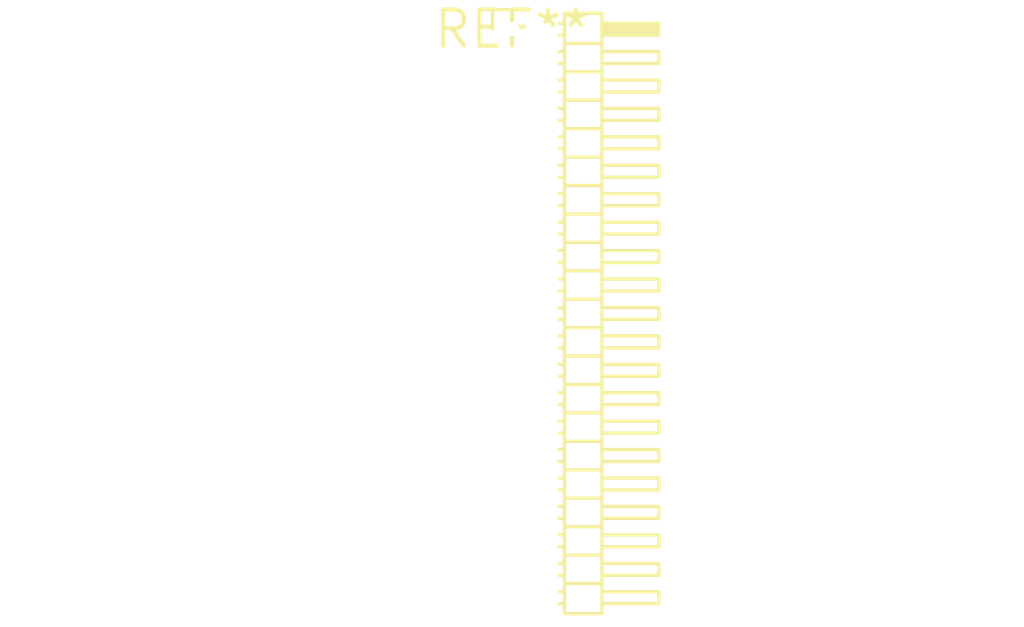
<source format=kicad_pcb>
(kicad_pcb (version 20240108) (generator pcbnew)
  (layers (0 "F.Cu" signal) (31 "B.Cu" signal) (34 "B.Paste" user) (35 "F.Paste" user) (36 "B.SilkS" user "B.Silkscreen") (37 "F.SilkS" user "F.Silkscreen") (38 "B.Mask" user) (39 "F.Mask" user) (44 "Edge.Cuts" user))
  (net 0 "")
  (footprint "PinHeader_2x21_P1.00mm_Horizontal" (layer "F.Cu") (at 0 0)
    (property "Reference" "REF**")
    (property "Value" "PinHeader_2x21_P1.00mm_Horizontal")
    (fp_line (start -0.685 -0.685) (end 0 -0.685) (layer "F.SilkS") (stroke (width 0.12)))
    (fp_line (start -0.685 0) (end -0.685 -0.685) (layer "F.SilkS") (stroke (width 0.12)))
    (fp_line (start 1.652016 -0.21) (end 1.84 -0.21) (layer "F.SilkS") (stroke (width 0.12)))
    (fp_line (start 1.652016 0.21) (end 1.84 0.21) (layer "F.SilkS") (stroke (width 0.12)))
    (fp_line (start 1.652016 0.79) (end 1.84 0.79) (layer "F.SilkS") (stroke (width 0.12)))
    (fp_line (start 1.652016 1.21) (end 1.84 1.21) (layer "F.SilkS") (stroke (width 0.12)))
    (fp_line (start 1.652016 1.79) (end 1.84 1.79) (layer "F.SilkS") (stroke (width 0.12)))
    (fp_line (start 1.652016 2.21) (end 1.84 2.21) (layer "F.SilkS") (stroke (width 0.12)))
    (fp_line (start 1.652016 2.79) (end 1.84 2.79) (layer "F.SilkS") (stroke (width 0.12)))
    (fp_line (start 1.652016 3.21) (end 1.84 3.21) (layer "F.SilkS") (stroke (width 0.12)))
    (fp_line (start 1.652016 3.79) (end 1.84 3.79) (layer "F.SilkS") (stroke (width 0.12)))
    (fp_line (start 1.652016 4.21) (end 1.84 4.21) (layer "F.SilkS") (stroke (width 0.12)))
    (fp_line (start 1.652016 4.79) (end 1.84 4.79) (layer "F.SilkS") (stroke (width 0.12)))
    (fp_line (start 1.652016 5.21) (end 1.84 5.21) (layer "F.SilkS") (stroke (width 0.12)))
    (fp_line (start 1.652016 5.79) (end 1.84 5.79) (layer "F.SilkS") (stroke (width 0.12)))
    (fp_line (start 1.652016 6.21) (end 1.84 6.21) (layer "F.SilkS") (stroke (width 0.12)))
    (fp_line (start 1.652016 6.79) (end 1.84 6.79) (layer "F.SilkS") (stroke (width 0.12)))
    (fp_line (start 1.652016 7.21) (end 1.84 7.21) (layer "F.SilkS") (stroke (width 0.12)))
    (fp_line (start 1.652016 7.79) (end 1.84 7.79) (layer "F.SilkS") (stroke (width 0.12)))
    (fp_line (start 1.652016 8.21) (end 1.84 8.21) (layer "F.SilkS") (stroke (width 0.12)))
    (fp_line (start 1.652016 8.79) (end 1.84 8.79) (layer "F.SilkS") (stroke (width 0.12)))
    (fp_line (start 1.652016 9.21) (end 1.84 9.21) (layer "F.SilkS") (stroke (width 0.12)))
    (fp_line (start 1.652016 9.79) (end 1.84 9.79) (layer "F.SilkS") (stroke (width 0.12)))
    (fp_line (start 1.652016 10.21) (end 1.84 10.21) (layer "F.SilkS") (stroke (width 0.12)))
    (fp_line (start 1.652016 10.79) (end 1.84 10.79) (layer "F.SilkS") (stroke (width 0.12)))
    (fp_line (start 1.652016 11.21) (end 1.84 11.21) (layer "F.SilkS") (stroke (width 0.12)))
    (fp_line (start 1.652016 11.79) (end 1.84 11.79) (layer "F.SilkS") (stroke (width 0.12)))
    (fp_line (start 1.652016 12.21) (end 1.84 12.21) (layer "F.SilkS") (stroke (width 0.12)))
    (fp_line (start 1.652016 12.79) (end 1.84 12.79) (layer "F.SilkS") (stroke (width 0.12)))
    (fp_line (start 1.652016 13.21) (end 1.84 13.21) (layer "F.SilkS") (stroke (width 0.12)))
    (fp_line (start 1.652016 13.79) (end 1.84 13.79) (layer "F.SilkS") (stroke (width 0.12)))
    (fp_line (start 1.652016 14.21) (end 1.84 14.21) (layer "F.SilkS") (stroke (width 0.12)))
    (fp_line (start 1.652016 14.79) (end 1.84 14.79) (layer "F.SilkS") (stroke (width 0.12)))
    (fp_line (start 1.652016 15.21) (end 1.84 15.21) (layer "F.SilkS") (stroke (width 0.12)))
    (fp_line (start 1.652016 15.79) (end 1.84 15.79) (layer "F.SilkS") (stroke (width 0.12)))
    (fp_line (start 1.652016 16.21) (end 1.84 16.21) (layer "F.SilkS") (stroke (width 0.12)))
    (fp_line (start 1.652016 16.79) (end 1.84 16.79) (layer "F.SilkS") (stroke (width 0.12)))
    (fp_line (start 1.652016 17.21) (end 1.84 17.21) (layer "F.SilkS") (stroke (width 0.12)))
    (fp_line (start 1.652016 17.79) (end 1.84 17.79) (layer "F.SilkS") (stroke (width 0.12)))
    (fp_line (start 1.652016 18.21) (end 1.84 18.21) (layer "F.SilkS") (stroke (width 0.12)))
    (fp_line (start 1.652016 18.79) (end 1.84 18.79) (layer "F.SilkS") (stroke (width 0.12)))
    (fp_line (start 1.652016 19.21) (end 1.84 19.21) (layer "F.SilkS") (stroke (width 0.12)))
    (fp_line (start 1.652016 19.79) (end 1.84 19.79) (layer "F.SilkS") (stroke (width 0.12)))
    (fp_line (start 1.652016 20.21) (end 1.84 20.21) (layer "F.SilkS") (stroke (width 0.12)))
    (fp_line (start 1.84 -0.56) (end 1.84 20.56) (layer "F.SilkS") (stroke (width 0.12)))
    (fp_line (start 1.84 0.5) (end 3.16 0.5) (layer "F.SilkS") (stroke (width 0.12)))
    (fp_line (start 1.84 1.5) (end 3.16 1.5) (layer "F.SilkS") (stroke (width 0.12)))
    (fp_line (start 1.84 2.5) (end 3.16 2.5) (layer "F.SilkS") (stroke (width 0.12)))
    (fp_line (start 1.84 3.5) (end 3.16 3.5) (layer "F.SilkS") (stroke (width 0.12)))
    (fp_line (start 1.84 4.5) (end 3.16 4.5) (layer "F.SilkS") (stroke (width 0.12)))
    (fp_line (start 1.84 5.5) (end 3.16 5.5) (layer "F.SilkS") (stroke (width 0.12)))
    (fp_line (start 1.84 6.5) (end 3.16 6.5) (layer "F.SilkS") (stroke (width 0.12)))
    (fp_line (start 1.84 7.5) (end 3.16 7.5) (layer "F.SilkS") (stroke (width 0.12)))
    (fp_line (start 1.84 8.5) (end 3.16 8.5) (layer "F.SilkS") (stroke (width 0.12)))
    (fp_line (start 1.84 9.5) (end 3.16 9.5) (layer "F.SilkS") (stroke (width 0.12)))
    (fp_line (start 1.84 10.5) (end 3.16 10.5) (layer "F.SilkS") (stroke (width 0.12)))
    (fp_line (start 1.84 11.5) (end 3.16 11.5) (layer "F.SilkS") (stroke (width 0.12)))
    (fp_line (start 1.84 12.5) (end 3.16 12.5) (layer "F.SilkS") (stroke (width 0.12)))
    (fp_line (start 1.84 13.5) (end 3.16 13.5) (layer "F.SilkS") (stroke (width 0.12)))
    (fp_line (start 1.84 14.5) (end 3.16 14.5) (layer "F.SilkS") (stroke (width 0.12)))
    (fp_line (start 1.84 15.5) (end 3.16 15.5) (layer "F.SilkS") (stroke (width 0.12)))
    (fp_line (start 1.84 16.5) (end 3.16 16.5) (layer "F.SilkS") (stroke (width 0.12)))
    (fp_line (start 1.84 17.5) (end 3.16 17.5) (layer "F.SilkS") (stroke (width 0.12)))
    (fp_line (start 1.84 18.5) (end 3.16 18.5) (layer "F.SilkS") (stroke (width 0.12)))
    (fp_line (start 1.84 19.5) (end 3.16 19.5) (layer "F.SilkS") (stroke (width 0.12)))
    (fp_line (start 1.84 20.56) (end 3.16 20.56) (layer "F.SilkS") (stroke (width 0.12)))
    (fp_line (start 3.16 -0.56) (end 1.84 -0.56) (layer "F.SilkS") (stroke (width 0.12)))
    (fp_line (start 3.16 -0.21) (end 5.16 -0.21) (layer "F.SilkS") (stroke (width 0.12)))
    (fp_line (start 3.16 -0.15) (end 5.16 -0.15) (layer "F.SilkS") (stroke (width 0.12)))
    (fp_line (start 3.16 -0.03) (end 5.16 -0.03) (layer "F.SilkS") (stroke (width 0.12)))
    (fp_line (start 3.16 0.09) (end 5.16 0.09) (layer "F.SilkS") (stroke (width 0.12)))
    (fp_line (start 3.16 0.79) (end 5.16 0.79) (layer "F.SilkS") (stroke (width 0.12)))
    (fp_line (start 3.16 1.79) (end 5.16 1.79) (layer "F.SilkS") (stroke (width 0.12)))
    (fp_line (start 3.16 2.79) (end 5.16 2.79) (layer "F.SilkS") (stroke (width 0.12)))
    (fp_line (start 3.16 3.79) (end 5.16 3.79) (layer "F.SilkS") (stroke (width 0.12)))
    (fp_line (start 3.16 4.79) (end 5.16 4.79) (layer "F.SilkS") (stroke (width 0.12)))
    (fp_line (start 3.16 5.79) (end 5.16 5.79) (layer "F.SilkS") (stroke (width 0.12)))
    (fp_line (start 3.16 6.79) (end 5.16 6.79) (layer "F.SilkS") (stroke (width 0.12)))
    (fp_line (start 3.16 7.79) (end 5.16 7.79) (layer "F.SilkS") (stroke (width 0.12)))
    (fp_line (start 3.16 8.79) (end 5.16 8.79) (layer "F.SilkS") (stroke (width 0.12)))
    (fp_line (start 3.16 9.79) (end 5.16 9.79) (layer "F.SilkS") (stroke (width 0.12)))
    (fp_line (start 3.16 10.79) (end 5.16 10.79) (layer "F.SilkS") (stroke (width 0.12)))
    (fp_line (start 3.16 11.79) (end 5.16 11.79) (layer "F.SilkS") (stroke (width 0.12)))
    (fp_line (start 3.16 12.79) (end 5.16 12.79) (layer "F.SilkS") (stroke (width 0.12)))
    (fp_line (start 3.16 13.79) (end 5.16 13.79) (layer "F.SilkS") (stroke (width 0.12)))
    (fp_line (start 3.16 14.79) (end 5.16 14.79) (layer "F.SilkS") (stroke (width 0.12)))
    (fp_line (start 3.16 15.79) (end 5.16 15.79) (layer "F.SilkS") (stroke (width 0.12)))
    (fp_line (start 3.16 16.79) (end 5.16 16.79) (layer "F.SilkS") (stroke (width 0.12)))
    (fp_line (start 3.16 17.79) (end 5.16 17.79) (layer "F.SilkS") (stroke (width 0.12)))
    (fp_line (start 3.16 18.79) (end 5.16 18.79) (layer "F.SilkS") (stroke (width 0.12)))
    (fp_line (start 3.16 19.79) (end 5.16 19.79) (layer "F.SilkS") (stroke (width 0.12)))
    (fp_line (start 3.16 20.56) (end 3.16 -0.56) (layer "F.SilkS") (stroke (width 0.12)))
    (fp_line (start 5.16 -0.21) (end 5.16 0.21) (layer "F.SilkS") (stroke (width 0.12)))
    (fp_line (start 5.16 0.21) (end 3.16 0.21) (layer "F.SilkS") (stroke (width 0.12)))
    (fp_line (start 5.16 0.79) (end 5.16 1.21) (layer "F.SilkS") (stroke (width 0.12)))
    (fp_line (start 5.16 1.21) (end 3.16 1.21) (layer "F.SilkS") (stroke (width 0.12)))
    (fp_line (start 5.16 1.79) (end 5.16 2.21) (layer "F.SilkS") (stroke (width 0.12)))
    (fp_line (start 5.16 2.21) (end 3.16 2.21) (layer "F.SilkS") (stroke (width 0.12)))
    (fp_line (start 5.16 2.79) (end 5.16 3.21) (layer "F.SilkS") (stroke (width 0.12)))
    (fp_line (start 5.16 3.21) (end 3.16 3.21) (layer "F.SilkS") (stroke (width 0.12)))
    (fp_line (start 5.16 3.79) (end 5.16 4.21) (layer "F.SilkS") (stroke (width 0.12)))
    (fp_line (start 5.16 4.21) (end 3.16 4.21) (layer "F.SilkS") (stroke (width 0.12)))
    (fp_line (start 5.16 4.79) (end 5.16 5.21) (layer "F.SilkS") (stroke (width 0.12)))
    (fp_line (start 5.16 5.21) (end 3.16 5.21) (layer "F.SilkS") (stroke (width 0.12)))
    (fp_line (start 5.16 5.79) (end 5.16 6.21) (layer "F.SilkS") (stroke (width 0.12)))
    (fp_line (start 5.16 6.21) (end 3.16 6.21) (layer "F.SilkS") (stroke (width 0.12)))
    (fp_line (start 5.16 6.79) (end 5.16 7.21) (layer "F.SilkS") (stroke (width 0.12)))
    (fp_line (start 5.16 7.21) (end 3.16 7.21) (layer "F.SilkS") (stroke (width 0.12)))
    (fp_line (start 5.16 7.79) (end 5.16 8.21) (layer "F.SilkS") (stroke (width 0.12)))
    (fp_line (start 5.16 8.21) (end 3.16 8.21) (layer "F.SilkS") (stroke (width 0.12)))
    (fp_line (start 5.16 8.79) (end 5.16 9.21) (layer "F.SilkS") (stroke (width 0.12)))
    (fp_line (start 5.16 9.21) (end 3.16 9.21) (layer "F.SilkS") (stroke (width 0.12)))
    (fp_line (start 5.16 9.79) (end 5.16 10.21) (layer "F.SilkS") (stroke (width 0.12)))
    (fp_line (start 5.16 10.21) (end 3.16 10.21) (layer "F.SilkS") (stroke (width 0.12)))
    (fp_line (start 5.16 10.79) (end 5.16 11.21) (layer "F.SilkS") (stroke (width 0.12)))
    (fp_line (start 5.16 11.21) (end 3.16 11.21) (layer "F.SilkS") (stroke (width 0.12)))
    (fp_line (start 5.16 11.79) (end 5.16 12.21) (layer "F.SilkS") (stroke (width 0.12)))
    (fp_line (start 5.16 12.21) (end 3.16 12.21) (layer "F.SilkS") (stroke (width 0.12)))
    (fp_line (start 5.16 12.79) (end 5.16 13.21) (layer "F.SilkS") (stroke (width 0.12)))
    (fp_line (start 5.16 13.21) (end 3.16 13.21) (layer "F.SilkS") (stroke (width 0.12)))
    (fp_line (start 5.16 13.79) (end 5.16 14.21) (layer "F.SilkS") (stroke (width 0.12)))
    (fp_line (start 5.16 14.21) (end 3.16 14.21) (layer "F.SilkS") (stroke (width 0.12)))
    (fp_line (start 5.16 14.79) (end 5.16 15.21) (layer "F.SilkS") (stroke (width 0.12)))
    (fp_line (start 5.16 15.21) (end 3.16 15.21) (layer "F.SilkS") (stroke (width 0.12)))
    (fp_line (start 5.16 15.79) (end 5.16 16.21) (layer "F.SilkS") (stroke (width 0.12)))
    (fp_line (start 5.16 16.21) (end 3.16 16.21) (layer "F.SilkS") (stroke (width 0.12)))
    (fp_line (start 5.16 16.79) (end 5.16 17.21) (layer "F.SilkS") (stroke (width 0.12)))
    (fp_line (start 5.16 17.21) (end 3.16 17.21) (layer "F.SilkS") (stroke (width 0.12)))
    (fp_line (start 5.16 17.79) (end 5.16 18.21) (layer "F.SilkS") (stroke (width 0.12)))
    (fp_line (start 5.16 18.21) (end 3.16 18.21) (layer "F.SilkS") (stroke (width 0.12)))
    (fp_line (start 5.16 18.79) (end 5.16 19.21) (layer "F.SilkS") (stroke (width 0.12)))
    (fp_line (start 5.16 19.21) (end 3.16 19.21) (layer "F.SilkS") (stroke (width 0.12)))
    (fp_line (start 5.16 19.79) (end 5.16 20.21) (layer "F.SilkS") (stroke (width 0.12)))
    (fp_line (start 5.16 20.21) (end 3.16 20.21) (layer "F.SilkS") (stroke (width 0.12)))
    (pad "1" thru_hole rect (at 0 0) (size 0.85 0.85) (drill 0.5) (layers *.Cu *.Mask) (remove_unused_layers))
    (pad "2" thru_hole oval (at 1 0) (size 0.85 0.85) (drill 0.5) (layers *.Cu *.Mask) (remove_unused_layers))
    (pad "3" thru_hole oval (at 0 1) (size 0.85 0.85) (drill 0.5) (layers *.Cu *.Mask) (remove_unused_layers))
    (pad "4" thru_hole oval (at 1 1) (size 0.85 0.85) (drill 0.5) (layers *.Cu *.Mask) (remove_unused_layers))
    (pad "5" thru_hole oval (at 0 2) (size 0.85 0.85) (drill 0.5) (layers *.Cu *.Mask) (remove_unused_layers))
    (pad "6" thru_hole oval (at 1 2) (size 0.85 0.85) (drill 0.5) (layers *.Cu *.Mask) (remove_unused_layers))
    (pad "7" thru_hole oval (at 0 3) (size 0.85 0.85) (drill 0.5) (layers *.Cu *.Mask) (remove_unused_layers))
    (pad "8" thru_hole oval (at 1 3) (size 0.85 0.85) (drill 0.5) (layers *.Cu *.Mask) (remove_unused_layers))
    (pad "9" thru_hole oval (at 0 4) (size 0.85 0.85) (drill 0.5) (layers *.Cu *.Mask) (remove_unused_layers))
    (pad "10" thru_hole oval (at 1 4) (size 0.85 0.85) (drill 0.5) (layers *.Cu *.Mask) (remove_unused_layers))
    (pad "11" thru_hole oval (at 0 5) (size 0.85 0.85) (drill 0.5) (layers *.Cu *.Mask) (remove_unused_layers))
    (pad "12" thru_hole oval (at 1 5) (size 0.85 0.85) (drill 0.5) (layers *.Cu *.Mask) (remove_unused_layers))
    (pad "13" thru_hole oval (at 0 6) (size 0.85 0.85) (drill 0.5) (layers *.Cu *.Mask) (remove_unused_layers))
    (pad "14" thru_hole oval (at 1 6) (size 0.85 0.85) (drill 0.5) (layers *.Cu *.Mask) (remove_unused_layers))
    (pad "15" thru_hole oval (at 0 7) (size 0.85 0.85) (drill 0.5) (layers *.Cu *.Mask) (remove_unused_layers))
    (pad "16" thru_hole oval (at 1 7) (size 0.85 0.85) (drill 0.5) (layers *.Cu *.Mask) (remove_unused_layers))
    (pad "17" thru_hole oval (at 0 8) (size 0.85 0.85) (drill 0.5) (layers *.Cu *.Mask) (remove_unused_layers))
    (pad "18" thru_hole oval (at 1 8) (size 0.85 0.85) (drill 0.5) (layers *.Cu *.Mask) (remove_unused_layers))
    (pad "19" thru_hole oval (at 0 9) (size 0.85 0.85) (drill 0.5) (layers *.Cu *.Mask) (remove_unused_layers))
    (pad "20" thru_hole oval (at 1 9) (size 0.85 0.85) (drill 0.5) (layers *.Cu *.Mask) (remove_unused_layers))
    (pad "21" thru_hole oval (at 0 10) (size 0.85 0.85) (drill 0.5) (layers *.Cu *.Mask) (remove_unused_layers))
    (pad "22" thru_hole oval (at 1 10) (size 0.85 0.85) (drill 0.5) (layers *.Cu *.Mask) (remove_unused_layers))
    (pad "23" thru_hole oval (at 0 11) (size 0.85 0.85) (drill 0.5) (layers *.Cu *.Mask) (remove_unused_layers))
    (pad "24" thru_hole oval (at 1 11) (size 0.85 0.85) (drill 0.5) (layers *.Cu *.Mask) (remove_unused_layers))
    (pad "25" thru_hole oval (at 0 12) (size 0.85 0.85) (drill 0.5) (layers *.Cu *.Mask) (remove_unused_layers))
    (pad "26" thru_hole oval (at 1 12) (size 0.85 0.85) (drill 0.5) (layers *.Cu *.Mask) (remove_unused_layers))
    (pad "27" thru_hole oval (at 0 13) (size 0.85 0.85) (drill 0.5) (layers *.Cu *.Mask) (remove_unused_layers))
    (pad "28" thru_hole oval (at 1 13) (size 0.85 0.85) (drill 0.5) (layers *.Cu *.Mask) (remove_unused_layers))
    (pad "29" thru_hole oval (at 0 14) (size 0.85 0.85) (drill 0.5) (layers *.Cu *.Mask) (remove_unused_layers))
    (pad "30" thru_hole oval (at 1 14) (size 0.85 0.85) (drill 0.5) (layers *.Cu *.Mask) (remove_unused_layers))
    (pad "31" thru_hole oval (at 0 15) (size 0.85 0.85) (drill 0.5) (layers *.Cu *.Mask) (remove_unused_layers))
    (pad "32" thru_hole oval (at 1 15) (size 0.85 0.85) (drill 0.5) (layers *.Cu *.Mask) (remove_unused_layers))
    (pad "33" thru_hole oval (at 0 16) (size 0.85 0.85) (drill 0.5) (layers *.Cu *.Mask) (remove_unused_layers))
    (pad "34" thru_hole oval (at 1 16) (size 0.85 0.85) (drill 0.5) (layers *.Cu *.Mask) (remove_unused_layers))
    (pad "35" thru_hole oval (at 0 17) (size 0.85 0.85) (drill 0.5) (layers *.Cu *.Mask) (remove_unused_layers))
    (pad "36" thru_hole oval (at 1 17) (size 0.85 0.85) (drill 0.5) (layers *.Cu *.Mask) (remove_unused_layers))
    (pad "37" thru_hole oval (at 0 18) (size 0.85 0.85) (drill 0.5) (layers *.Cu *.Mask) (remove_unused_layers))
    (pad "38" thru_hole oval (at 1 18) (size 0.85 0.85) (drill 0.5) (layers *.Cu *.Mask) (remove_unused_layers))
    (pad "39" thru_hole oval (at 0 19) (size 0.85 0.85) (drill 0.5) (layers *.Cu *.Mask) (remove_unused_layers))
    (pad "40" thru_hole oval (at 1 19) (size 0.85 0.85) (drill 0.5) (layers *.Cu *.Mask) (remove_unused_layers))
    (pad "41" thru_hole oval (at 0 20) (size 0.85 0.85) (drill 0.5) (layers *.Cu *.Mask) (remove_unused_layers))
    (pad "42" thru_hole oval (at 1 20) (size 0.85 0.85) (drill 0.5) (layers *.Cu *.Mask) (remove_unused_layers))
  )
)
</source>
